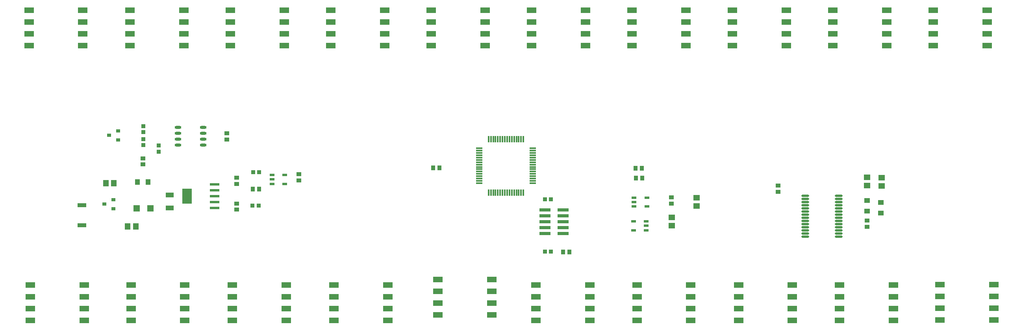
<source format=gbr>
%TF.GenerationSoftware,Altium Limited,Altium Designer,18.1.9 (240)*%
G04 Layer_Color=8421504*
%FSLAX26Y26*%
%MOIN*%
%TF.FileFunction,Paste,Top*%
%TF.Part,Single*%
G01*
G75*
%TA.AperFunction,ConnectorPad*%
%ADD10R,0.080000X0.045000*%
%TA.AperFunction,SMDPad,CuDef*%
%ADD11R,0.080000X0.045000*%
%ADD12O,0.064961X0.019685*%
%ADD13R,0.070866X0.039370*%
%ADD14R,0.039370X0.023622*%
%ADD15R,0.053150X0.057087*%
%ADD16R,0.053150X0.045276*%
%ADD17R,0.094488X0.029921*%
%ADD18R,0.037402X0.033465*%
%ADD19R,0.035433X0.039370*%
%ADD20R,0.082677X0.125984*%
%ADD21R,0.082677X0.023622*%
%ADD22R,0.033465X0.037402*%
%ADD23R,0.039370X0.035433*%
%ADD24R,0.051181X0.043307*%
%ADD25R,0.035433X0.031496*%
%ADD26R,0.074803X0.035433*%
%ADD27R,0.045276X0.053150*%
%ADD28R,0.043307X0.051181*%
%ADD29R,0.053150X0.011811*%
%ADD30R,0.011811X0.053150*%
%ADD31O,0.057087X0.023622*%
D10*
X9374000Y4593000D02*
D03*
Y4693000D02*
D03*
Y4793000D02*
D03*
Y4893000D02*
D03*
X8918921Y4593000D02*
D03*
Y4693000D02*
D03*
Y4793000D02*
D03*
Y4893000D02*
D03*
X8524000Y4593000D02*
D03*
Y4693000D02*
D03*
Y4793000D02*
D03*
Y4893000D02*
D03*
X8068921Y4593000D02*
D03*
Y4693000D02*
D03*
Y4793000D02*
D03*
Y4893000D02*
D03*
X7673526Y4593000D02*
D03*
Y4693000D02*
D03*
Y4793000D02*
D03*
Y4893000D02*
D03*
X7218447Y4593000D02*
D03*
Y4693000D02*
D03*
Y4793000D02*
D03*
Y4893000D02*
D03*
X6368921D02*
D03*
Y4793000D02*
D03*
Y4693000D02*
D03*
Y4593000D02*
D03*
X6824000Y4893000D02*
D03*
Y4793000D02*
D03*
Y4693000D02*
D03*
Y4593000D02*
D03*
X5974000D02*
D03*
Y4693000D02*
D03*
Y4793000D02*
D03*
Y4893000D02*
D03*
X5518921Y4593000D02*
D03*
Y4693000D02*
D03*
Y4793000D02*
D03*
Y4893000D02*
D03*
X5124000Y4593000D02*
D03*
Y4693000D02*
D03*
Y4793000D02*
D03*
Y4893000D02*
D03*
X4668921Y4593000D02*
D03*
Y4693000D02*
D03*
Y4793000D02*
D03*
Y4893000D02*
D03*
X4274000Y4593000D02*
D03*
Y4693000D02*
D03*
Y4793000D02*
D03*
Y4893000D02*
D03*
X3818921Y4593000D02*
D03*
Y4693000D02*
D03*
Y4793000D02*
D03*
Y4893000D02*
D03*
X3424000Y4593000D02*
D03*
Y4693000D02*
D03*
Y4793000D02*
D03*
Y4893000D02*
D03*
X2968921Y4593000D02*
D03*
Y4693000D02*
D03*
Y4793000D02*
D03*
Y4893000D02*
D03*
X2574000Y4593000D02*
D03*
Y4693000D02*
D03*
Y4793000D02*
D03*
Y4893000D02*
D03*
X2118921Y4593000D02*
D03*
Y4693000D02*
D03*
Y4793000D02*
D03*
Y4893000D02*
D03*
X1719000Y4593000D02*
D03*
Y4693000D02*
D03*
Y4793000D02*
D03*
Y4893000D02*
D03*
X1263921Y4593000D02*
D03*
Y4693000D02*
D03*
Y4793000D02*
D03*
Y4893000D02*
D03*
D11*
X9431079Y2269000D02*
D03*
Y2369000D02*
D03*
Y2469000D02*
D03*
Y2569000D02*
D03*
X8976000Y2269000D02*
D03*
Y2369000D02*
D03*
Y2469000D02*
D03*
Y2569000D02*
D03*
X8126000Y2564000D02*
D03*
Y2464000D02*
D03*
Y2364000D02*
D03*
Y2264000D02*
D03*
X8581079Y2564000D02*
D03*
Y2464000D02*
D03*
Y2364000D02*
D03*
Y2264000D02*
D03*
X7269599Y2564000D02*
D03*
Y2464000D02*
D03*
Y2364000D02*
D03*
Y2264000D02*
D03*
X7724677Y2564000D02*
D03*
Y2464000D02*
D03*
Y2364000D02*
D03*
Y2264000D02*
D03*
X6410921Y2564000D02*
D03*
Y2464000D02*
D03*
Y2364000D02*
D03*
Y2264000D02*
D03*
X6866000Y2564000D02*
D03*
Y2464000D02*
D03*
Y2364000D02*
D03*
Y2264000D02*
D03*
X6011000D02*
D03*
Y2364000D02*
D03*
Y2464000D02*
D03*
Y2564000D02*
D03*
X5555921Y2264000D02*
D03*
Y2364000D02*
D03*
Y2464000D02*
D03*
Y2564000D02*
D03*
X4724921Y2610000D02*
D03*
Y2510000D02*
D03*
Y2410000D02*
D03*
Y2310000D02*
D03*
X5180000Y2610000D02*
D03*
Y2510000D02*
D03*
Y2410000D02*
D03*
Y2310000D02*
D03*
X3845921Y2564000D02*
D03*
Y2464000D02*
D03*
Y2364000D02*
D03*
Y2264000D02*
D03*
X4301000Y2564000D02*
D03*
Y2464000D02*
D03*
Y2364000D02*
D03*
Y2264000D02*
D03*
X2985921Y2564000D02*
D03*
Y2464000D02*
D03*
Y2364000D02*
D03*
Y2264000D02*
D03*
X3441000Y2564000D02*
D03*
Y2464000D02*
D03*
Y2364000D02*
D03*
Y2264000D02*
D03*
X1275921Y2564000D02*
D03*
Y2464000D02*
D03*
Y2364000D02*
D03*
Y2264000D02*
D03*
X1731000Y2564000D02*
D03*
Y2464000D02*
D03*
Y2364000D02*
D03*
Y2264000D02*
D03*
X2127496Y2564000D02*
D03*
Y2464000D02*
D03*
Y2364000D02*
D03*
Y2264000D02*
D03*
X2582575Y2564000D02*
D03*
Y2464000D02*
D03*
Y2364000D02*
D03*
Y2264000D02*
D03*
D12*
X7833567Y3321299D02*
D03*
Y3294685D02*
D03*
Y3268071D02*
D03*
Y3241457D02*
D03*
Y3214843D02*
D03*
Y3188228D02*
D03*
Y3161614D02*
D03*
Y3135000D02*
D03*
Y3108386D02*
D03*
Y3081772D02*
D03*
Y3055157D02*
D03*
Y3028543D02*
D03*
Y3001929D02*
D03*
Y2975315D02*
D03*
X8119000Y3321299D02*
D03*
Y3294685D02*
D03*
Y3268071D02*
D03*
Y3241457D02*
D03*
Y3214843D02*
D03*
Y3188228D02*
D03*
Y3161614D02*
D03*
Y3135000D02*
D03*
Y3108386D02*
D03*
Y3081772D02*
D03*
Y3055157D02*
D03*
Y3028543D02*
D03*
Y3001929D02*
D03*
Y2975315D02*
D03*
D13*
X2453000Y3217882D02*
D03*
Y3328118D02*
D03*
D14*
X6488134Y3029598D02*
D03*
Y3067000D02*
D03*
Y3104401D02*
D03*
X6379866D02*
D03*
Y3029598D02*
D03*
X6385366Y3305472D02*
D03*
Y3268071D02*
D03*
Y3230669D02*
D03*
X6493634D02*
D03*
Y3305472D02*
D03*
X3428134Y3497402D02*
D03*
Y3422599D02*
D03*
X3319866D02*
D03*
Y3460000D02*
D03*
Y3497402D02*
D03*
D15*
X2175929Y3216000D02*
D03*
X2292071D02*
D03*
D16*
X8358000Y3407551D02*
D03*
Y3476449D02*
D03*
X6705000Y3137449D02*
D03*
Y3068551D02*
D03*
X6915000Y3303449D02*
D03*
Y3234551D02*
D03*
X8480000Y3405551D02*
D03*
Y3474449D02*
D03*
D17*
X5785772Y3001000D02*
D03*
X5632228D02*
D03*
X5785772Y3051000D02*
D03*
X5632228D02*
D03*
X5785772Y3101000D02*
D03*
X5632228D02*
D03*
X5785772Y3151000D02*
D03*
X5632228D02*
D03*
X5785772Y3201000D02*
D03*
X5632228D02*
D03*
D18*
X2360000Y3695410D02*
D03*
Y3746591D02*
D03*
X2230000Y3801000D02*
D03*
Y3860000D02*
D03*
Y3911181D02*
D03*
Y3749819D02*
D03*
D19*
X5785772Y2846228D02*
D03*
X5838921D02*
D03*
X4736575Y3557000D02*
D03*
X4683425D02*
D03*
X3157425Y3378000D02*
D03*
X3210575D02*
D03*
X6397000Y3555000D02*
D03*
X6450150D02*
D03*
X6454000Y3470000D02*
D03*
X6400850D02*
D03*
D20*
X2600874Y3319000D02*
D03*
D21*
X2835126Y3419000D02*
D03*
Y3369000D02*
D03*
Y3319000D02*
D03*
Y3269000D02*
D03*
Y3219000D02*
D03*
D22*
X5680591Y3292000D02*
D03*
X5629409D02*
D03*
X5682591Y2847000D02*
D03*
X5631409D02*
D03*
X3160410Y3521000D02*
D03*
X3211591D02*
D03*
X3206590Y3239000D02*
D03*
X3155409D02*
D03*
D23*
X3021000Y3475575D02*
D03*
Y3422425D02*
D03*
X3549000Y3452425D02*
D03*
Y3505575D02*
D03*
X3022000Y3203000D02*
D03*
Y3256150D02*
D03*
X7606000Y3355000D02*
D03*
Y3408150D02*
D03*
X6701000Y3254425D02*
D03*
Y3307575D02*
D03*
X8357000Y3111575D02*
D03*
Y3058425D02*
D03*
X2227000Y3586425D02*
D03*
Y3639575D02*
D03*
X2937000Y3852575D02*
D03*
Y3799425D02*
D03*
D24*
X8474000Y3173724D02*
D03*
Y3264276D02*
D03*
X8359000Y3190724D02*
D03*
Y3281276D02*
D03*
D25*
X2018370Y3795598D02*
D03*
Y3870401D02*
D03*
X1939630Y3833000D02*
D03*
X1978370Y3212598D02*
D03*
Y3287401D02*
D03*
X1899630Y3250000D02*
D03*
D26*
X1712000Y3241630D02*
D03*
Y3070370D02*
D03*
D27*
X2098551Y3060000D02*
D03*
X2167449D02*
D03*
X1913551Y3428000D02*
D03*
X1982449D02*
D03*
D28*
X2272276Y3437000D02*
D03*
X2181724D02*
D03*
D29*
X5527378Y3428362D02*
D03*
Y3448047D02*
D03*
Y3467732D02*
D03*
Y3487417D02*
D03*
Y3507102D02*
D03*
Y3526787D02*
D03*
Y3546472D02*
D03*
Y3566157D02*
D03*
Y3585843D02*
D03*
Y3605528D02*
D03*
Y3625213D02*
D03*
Y3644898D02*
D03*
Y3664583D02*
D03*
Y3684268D02*
D03*
Y3703953D02*
D03*
Y3723638D02*
D03*
X5074622D02*
D03*
Y3703953D02*
D03*
Y3684268D02*
D03*
Y3664583D02*
D03*
Y3644898D02*
D03*
Y3625213D02*
D03*
Y3605528D02*
D03*
Y3585843D02*
D03*
Y3566157D02*
D03*
Y3546472D02*
D03*
Y3526787D02*
D03*
Y3507102D02*
D03*
Y3487417D02*
D03*
Y3467732D02*
D03*
Y3448047D02*
D03*
Y3428362D02*
D03*
D30*
X5448638Y3802378D02*
D03*
X5428953D02*
D03*
X5409268D02*
D03*
X5389583D02*
D03*
X5369898D02*
D03*
X5350213D02*
D03*
X5330528D02*
D03*
X5310843D02*
D03*
X5291158D02*
D03*
X5271472D02*
D03*
X5251787D02*
D03*
X5232102D02*
D03*
X5212417D02*
D03*
X5192732D02*
D03*
X5173047D02*
D03*
X5153362D02*
D03*
Y3349622D02*
D03*
X5173047D02*
D03*
X5192732D02*
D03*
X5212417D02*
D03*
X5232102D02*
D03*
X5251787D02*
D03*
X5271472D02*
D03*
X5291158D02*
D03*
X5310843D02*
D03*
X5330528D02*
D03*
X5350213D02*
D03*
X5369898D02*
D03*
X5389583D02*
D03*
X5409268D02*
D03*
X5428953D02*
D03*
X5448638D02*
D03*
D31*
X2523717Y3902000D02*
D03*
Y3852000D02*
D03*
Y3802000D02*
D03*
Y3752000D02*
D03*
X2738284Y3902000D02*
D03*
Y3852000D02*
D03*
Y3802000D02*
D03*
Y3752000D02*
D03*
%TF.MD5,84525aa7c2e92a905cc339c3a5ef67c3*%
M02*

</source>
